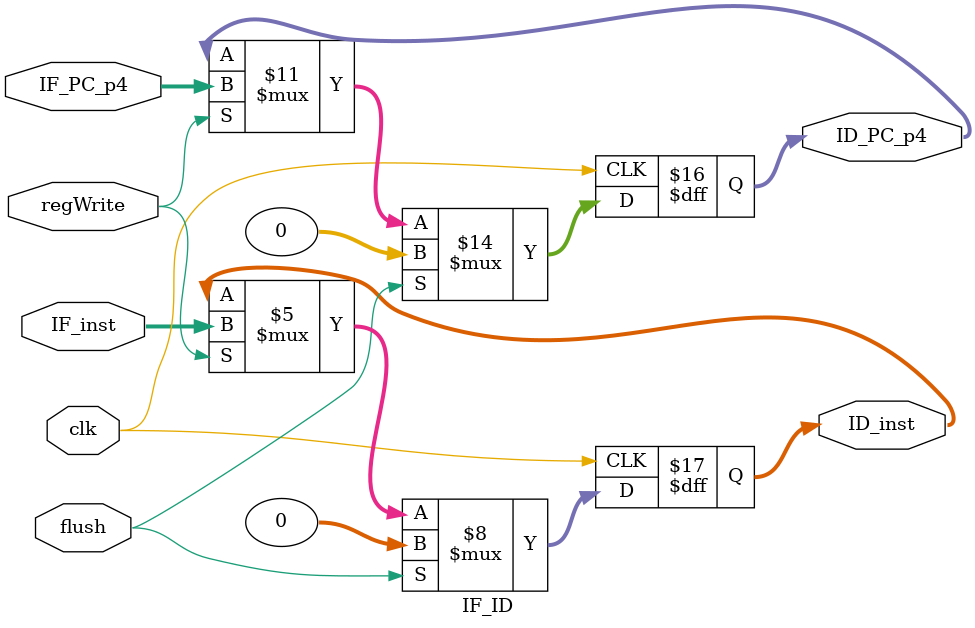
<source format=v>
`timescale 1ns / 1ps

module IF_ID(clk, flush, regWrite, IF_PC_p4, IF_inst, ID_PC_p4, ID_inst);
    // reg IF/ID
    input clk, flush, regWrite;
    input [31:0] IF_PC_p4, IF_inst;
    output [31:0] ID_PC_p4, ID_inst;
    reg [31:0] ID_PC_p4, ID_inst;

    always@ (posedge clk) begin
        // flush register (nop)
        if (flush == 1) begin
            ID_PC_p4 <=32'b0; 
            ID_inst <= 32'b0;
        end
        // pass information normally
        else if (regWrite == 1) begin
            ID_PC_p4 <= IF_PC_p4;
            ID_inst <= IF_inst;
        end
        // hold the data
        else begin
            ID_PC_p4 <= ID_PC_p4;
            ID_inst <= ID_inst;
        end
    end
endmodule
</source>
